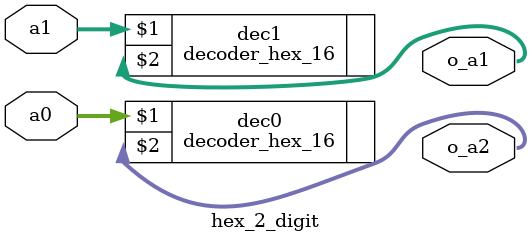
<source format=v>
module hex_2_digit(
    input [3:0] a1, 
    input [3:0] a0, 
    output [6:0] o_a1, 
    output [6:0] o_a2  
);


decoder_hex_16 dec1(a1, o_a1);
decoder_hex_16 dec0(a0, o_a2);

endmodule

</source>
